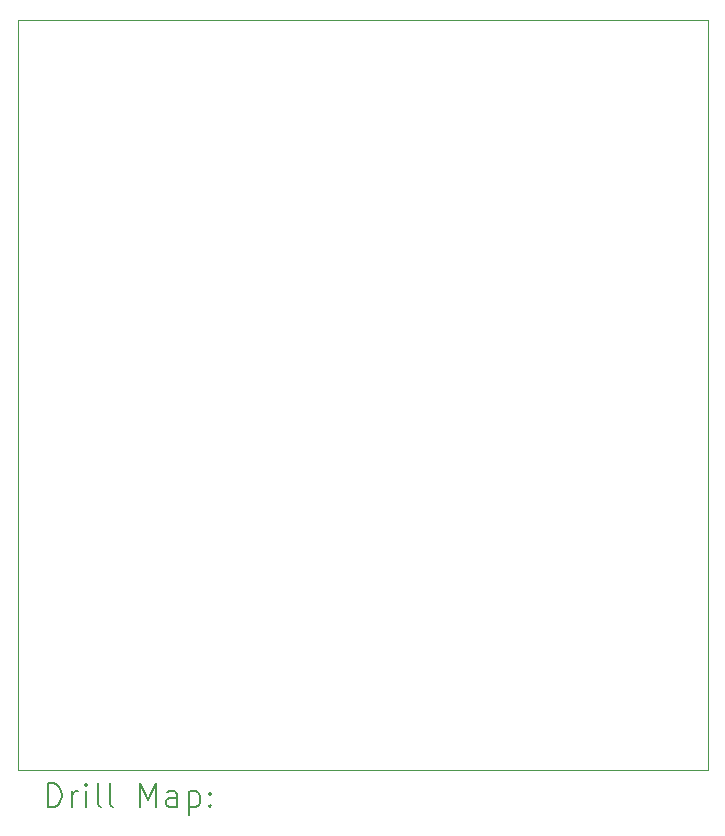
<source format=gbr>
%TF.GenerationSoftware,KiCad,Pcbnew,9.0.5*%
%TF.CreationDate,2025-11-16T23:31:36+01:00*%
%TF.ProjectId,MiSTer_A8SIO,4d695354-6572-45f4-9138-53494f2e6b69,1.2*%
%TF.SameCoordinates,Original*%
%TF.FileFunction,Drillmap*%
%TF.FilePolarity,Positive*%
%FSLAX45Y45*%
G04 Gerber Fmt 4.5, Leading zero omitted, Abs format (unit mm)*
G04 Created by KiCad (PCBNEW 9.0.5) date 2025-11-16 23:31:36*
%MOMM*%
%LPD*%
G01*
G04 APERTURE LIST*
%ADD10C,0.050000*%
%ADD11C,0.200000*%
G04 APERTURE END LIST*
D10*
X12954000Y-4572000D02*
X18796000Y-4572000D01*
X18796000Y-10922000D01*
X12954000Y-10922000D01*
X12954000Y-4572000D01*
D11*
X13212277Y-11235984D02*
X13212277Y-11035984D01*
X13212277Y-11035984D02*
X13259896Y-11035984D01*
X13259896Y-11035984D02*
X13288467Y-11045508D01*
X13288467Y-11045508D02*
X13307515Y-11064555D01*
X13307515Y-11064555D02*
X13317039Y-11083603D01*
X13317039Y-11083603D02*
X13326562Y-11121698D01*
X13326562Y-11121698D02*
X13326562Y-11150270D01*
X13326562Y-11150270D02*
X13317039Y-11188365D01*
X13317039Y-11188365D02*
X13307515Y-11207412D01*
X13307515Y-11207412D02*
X13288467Y-11226460D01*
X13288467Y-11226460D02*
X13259896Y-11235984D01*
X13259896Y-11235984D02*
X13212277Y-11235984D01*
X13412277Y-11235984D02*
X13412277Y-11102650D01*
X13412277Y-11140746D02*
X13421801Y-11121698D01*
X13421801Y-11121698D02*
X13431324Y-11112174D01*
X13431324Y-11112174D02*
X13450372Y-11102650D01*
X13450372Y-11102650D02*
X13469420Y-11102650D01*
X13536086Y-11235984D02*
X13536086Y-11102650D01*
X13536086Y-11035984D02*
X13526562Y-11045508D01*
X13526562Y-11045508D02*
X13536086Y-11055031D01*
X13536086Y-11055031D02*
X13545610Y-11045508D01*
X13545610Y-11045508D02*
X13536086Y-11035984D01*
X13536086Y-11035984D02*
X13536086Y-11055031D01*
X13659896Y-11235984D02*
X13640848Y-11226460D01*
X13640848Y-11226460D02*
X13631324Y-11207412D01*
X13631324Y-11207412D02*
X13631324Y-11035984D01*
X13764658Y-11235984D02*
X13745610Y-11226460D01*
X13745610Y-11226460D02*
X13736086Y-11207412D01*
X13736086Y-11207412D02*
X13736086Y-11035984D01*
X13993229Y-11235984D02*
X13993229Y-11035984D01*
X13993229Y-11035984D02*
X14059896Y-11178841D01*
X14059896Y-11178841D02*
X14126562Y-11035984D01*
X14126562Y-11035984D02*
X14126562Y-11235984D01*
X14307515Y-11235984D02*
X14307515Y-11131222D01*
X14307515Y-11131222D02*
X14297991Y-11112174D01*
X14297991Y-11112174D02*
X14278943Y-11102650D01*
X14278943Y-11102650D02*
X14240848Y-11102650D01*
X14240848Y-11102650D02*
X14221801Y-11112174D01*
X14307515Y-11226460D02*
X14288467Y-11235984D01*
X14288467Y-11235984D02*
X14240848Y-11235984D01*
X14240848Y-11235984D02*
X14221801Y-11226460D01*
X14221801Y-11226460D02*
X14212277Y-11207412D01*
X14212277Y-11207412D02*
X14212277Y-11188365D01*
X14212277Y-11188365D02*
X14221801Y-11169317D01*
X14221801Y-11169317D02*
X14240848Y-11159793D01*
X14240848Y-11159793D02*
X14288467Y-11159793D01*
X14288467Y-11159793D02*
X14307515Y-11150270D01*
X14402753Y-11102650D02*
X14402753Y-11302650D01*
X14402753Y-11112174D02*
X14421801Y-11102650D01*
X14421801Y-11102650D02*
X14459896Y-11102650D01*
X14459896Y-11102650D02*
X14478943Y-11112174D01*
X14478943Y-11112174D02*
X14488467Y-11121698D01*
X14488467Y-11121698D02*
X14497991Y-11140746D01*
X14497991Y-11140746D02*
X14497991Y-11197888D01*
X14497991Y-11197888D02*
X14488467Y-11216936D01*
X14488467Y-11216936D02*
X14478943Y-11226460D01*
X14478943Y-11226460D02*
X14459896Y-11235984D01*
X14459896Y-11235984D02*
X14421801Y-11235984D01*
X14421801Y-11235984D02*
X14402753Y-11226460D01*
X14583705Y-11216936D02*
X14593229Y-11226460D01*
X14593229Y-11226460D02*
X14583705Y-11235984D01*
X14583705Y-11235984D02*
X14574182Y-11226460D01*
X14574182Y-11226460D02*
X14583705Y-11216936D01*
X14583705Y-11216936D02*
X14583705Y-11235984D01*
X14583705Y-11112174D02*
X14593229Y-11121698D01*
X14593229Y-11121698D02*
X14583705Y-11131222D01*
X14583705Y-11131222D02*
X14574182Y-11121698D01*
X14574182Y-11121698D02*
X14583705Y-11112174D01*
X14583705Y-11112174D02*
X14583705Y-11131222D01*
M02*

</source>
